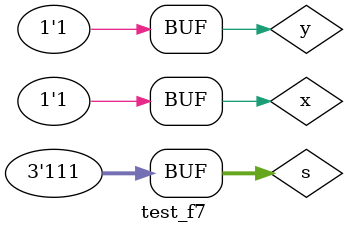
<source format=v>
module mux ( output result, input a, input b, input [2:0] select );
// definir dados locais

wire nota_result;
wire notb_result;
wire and_result;
wire nand_result;
wire or_result;
wire nor_result;
wire xor_result;
wire xnor_result;

// descrever por portas

not NOT(nota_result, a);
not NOTB(notb_result, b);
and AND(and_result, a, b);
nand NAND(nand_result, a, b);
or OR (or_result, a, b);          // OR
nor NOR (nor_result, a, b);        // NOR
xor XOR (xor_result, a, b);        // XOR
xnor XNOR (xnor_result, a, b);      // XNOR

assign result = (select == 3'b000) ? nota_result :
                (select == 3'b001) ? notb_result :
                (select == 3'b010) ? and_result :
                (select == 3'b011) ? nand_result:
                (select == 3'b100) ? or_result:
                (select == 3'b101) ? nor_result:
                (select == 3'b110) ? xor_result:
                xnor_result;


endmodule // mux
module test_f7;
// ------------------------- definir dados
reg x;
reg y;
reg [2:0] s;
wire saida;


mux MUX1 ( saida, x, y, s );
// ------------------------- parte principal
initial
begin : main
$display("Guia_0705");
$display("Test LU's module");
$display("   x	y    s  saida");

// projetar testes do modulo
$monitor("%4b %4b %4b | %4b", x, y, s, saida);

x = 1'b0; y = 1'b0; s = 3'b000;
#1 x = 1'b0; y = 1'b0; s = 3'b001;
#1 x = 1'b0; y = 1'b0; s = 3'b010;
#1 x = 1'b0; y = 1'b0; s = 3'b011;
#1 x = 1'b0; y = 1'b0; s = 3'b100;
#1 x = 1'b0; y = 1'b0; s = 3'b101;
#1 x = 1'b0; y = 1'b0; s = 3'b110;
#1 x = 1'b0; y = 1'b0; s = 3'b111;
#1 x = 1'b0; y = 1'b1; s = 3'b000;
#1 x = 1'b0; y = 1'b1; s = 3'b001;
#1 x = 1'b0; y = 1'b1; s = 3'b010;
#1 x = 1'b0; y = 1'b1; s = 3'b011;
#1 x = 1'b0; y = 1'b1; s = 3'b100;
#1 x = 1'b0; y = 1'b1; s = 3'b101;
#1 x = 1'b0; y = 1'b1; s = 3'b110;
#1 x = 1'b0; y = 1'b1; s = 3'b111;
#1 x = 1'b1; y = 1'b0; s = 3'b000;
#1 x = 1'b1; y = 1'b0; s = 3'b001;
#1 x = 1'b1; y = 1'b0; s = 3'b010;
#1 x = 1'b1; y = 1'b0; s = 3'b011;
#1 x = 1'b1; y = 1'b0; s = 3'b100;
#1 x = 1'b1; y = 1'b0; s = 3'b101;
#1 x = 1'b1; y = 1'b0; s = 3'b110;
#1 x = 1'b1; y = 1'b0; s = 3'b111;
#1 x = 1'b1; y = 1'b1; s = 3'b000;
#1 x = 1'b1; y = 1'b1; s = 3'b001;
#1 x = 1'b1; y = 1'b1; s = 3'b010;
#1 x = 1'b1; y = 1'b1; s = 3'b011;
#1 x = 1'b1; y = 1'b1; s = 3'b100;
#1 x = 1'b1; y = 1'b1; s = 3'b101;
#1 x = 1'b1; y = 1'b1; s = 3'b110;
#1 x = 1'b1; y = 1'b1; s = 3'b111;
end
endmodule // test_f7

/*
Guia_0705
Test LU's module
   x    y    s  saida
   0    0  000 |    1
   0    0  001 |    1
   0    0  010 |    0
   0    0  011 |    1
   0    0  100 |    0
   0    0  101 |    1
   0    0  110 |    0
   0    0  111 |    1
   0    1  000 |    1
   0    1  001 |    0
   0    1  010 |    0
   0    1  011 |    1
   0    1  100 |    1
   0    1  101 |    0
   0    1  110 |    1
   0    1  111 |    0
   1    0  000 |    0
   1    0  001 |    1
   1    0  010 |    0
   1    0  011 |    1
   1    0  100 |    1
   1    0  101 |    0
   1    0  110 |    1
   1    0  111 |    0
   1    1  000 |    0
   1    1  001 |    0
   1    1  010 |    1
   1    1  011 |    0
   1    1  100 |    1
   1    1  101 |    0
   1    1  110 |    0
   1    1  111 |    1
*/
</source>
